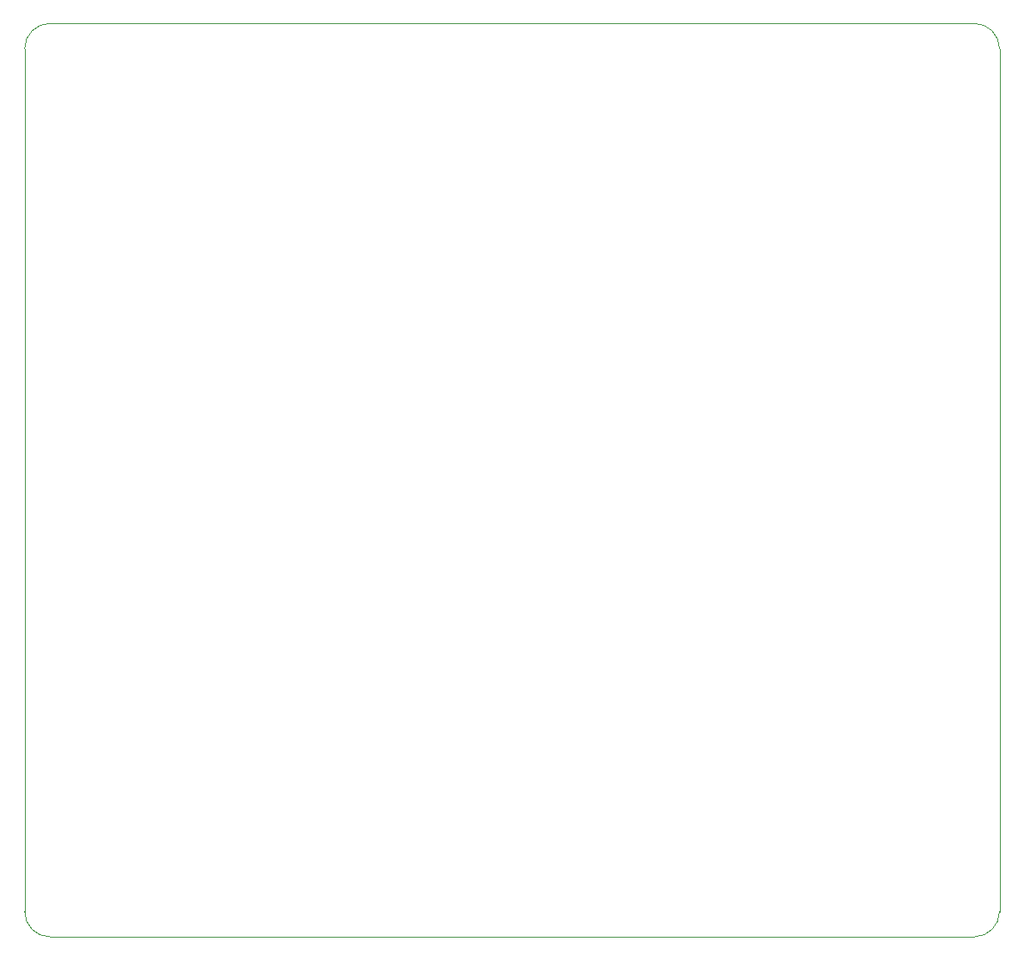
<source format=gbr>
%TF.GenerationSoftware,KiCad,Pcbnew,9.0.0*%
%TF.CreationDate,2025-03-24T12:51:38-05:00*%
%TF.ProjectId,DIIN-proyecto,4449494e-2d70-4726-9f79-6563746f2e6b,rev?*%
%TF.SameCoordinates,Original*%
%TF.FileFunction,Profile,NP*%
%FSLAX46Y46*%
G04 Gerber Fmt 4.6, Leading zero omitted, Abs format (unit mm)*
G04 Created by KiCad (PCBNEW 9.0.0) date 2025-03-24 12:51:38*
%MOMM*%
%LPD*%
G01*
G04 APERTURE LIST*
%TA.AperFunction,Profile*%
%ADD10C,0.050000*%
%TD*%
G04 APERTURE END LIST*
D10*
X99089833Y-53334067D02*
G75*
G02*
X101589833Y-50834067I2500000J0D01*
G01*
X192589833Y-50834067D02*
X101589833Y-50834067D01*
X195089833Y-138334067D02*
X195089833Y-53334067D01*
X192589833Y-50834067D02*
G75*
G02*
X195089833Y-53334067I0J-2500000D01*
G01*
X195089833Y-138334067D02*
G75*
G02*
X192589833Y-140834067I-2500000J0D01*
G01*
X101589833Y-140834067D02*
G75*
G02*
X99089833Y-138334067I0J2500000D01*
G01*
X99089833Y-53334067D02*
X99089833Y-138334067D01*
X101589833Y-140834067D02*
X192589833Y-140834067D01*
M02*

</source>
